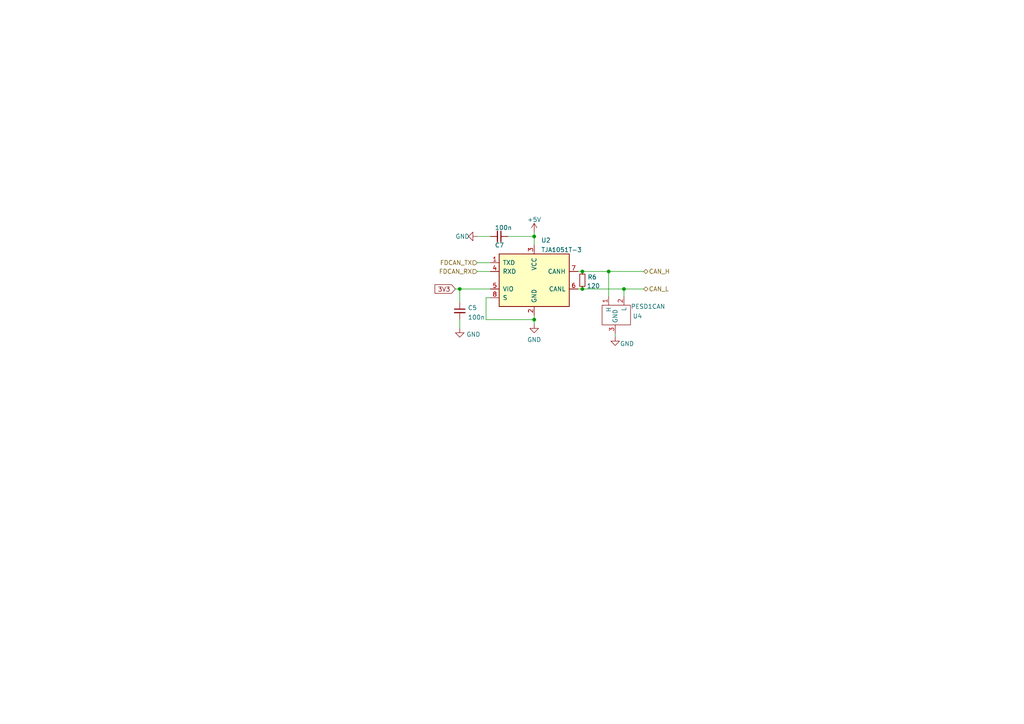
<source format=kicad_sch>
(kicad_sch (version 20230121) (generator eeschema)
  (paper "A4")
  (lib_symbols
    (symbol "Device:C_Small" (pin_numbers hide) (pin_names (offset 0.254) hide)
      (property "Reference" "C" (at 0.254 1.778 0))
      (property "Value" "C_Small" (at 0.254 -2.032 0))
      (symbol "C_Small_0_1"
        (polyline (pts (xy -1.524 -0.508) (xy 1.524 -0.508)) (stroke (width 0.3302)))
        (polyline (pts (xy -1.524 0.508) (xy 1.524 0.508)) (stroke (width 0.3048)))
      )
      (symbol "C_Small_1_1"
        (pin passive line (at 0 2.54 270) (length 2.032) (name "~") (number "1"))
        (pin passive line (at 0 -2.54 90) (length 2.032) (name "~") (number "2"))
      )
    )
    (symbol "Device:R_Small" (pin_numbers hide) (pin_names (offset 0.254) hide)
      (property "Reference" "R" (at 0.762 0.508 0))
      (property "Value" "R_Small" (at 0.762 -1.016 0))
      (symbol "R_Small_0_1"
        (rectangle (start -0.762 1.778) (end 0.762 -1.778) (stroke (width 0.2032)))
      )
      (symbol "R_Small_1_1"
        (pin passive line (at 0 2.54 270) (length 0.762) (name "~") (number "1"))
        (pin passive line (at 0 -2.54 90) (length 0.762) (name "~") (number "2"))
      )
    )
    (symbol "Extra IC:PESD1CAN"
      (property "Reference" "U" (at 3.81 -5.08 0))
      (symbol "PESD1CAN_0_1"
        (rectangle (start -4.445 3.81) (end 3.81 -1.905))
      )
      (symbol "PESD1CAN_1_1"
        (pin input line (at -2.54 6.35 270) (length 2.54) (name "H") (number "1"))
        (pin input line (at 1.905 6.35 270) (length 2.54) (name "L") (number "2"))
        (pin power_out line (at -0.635 -4.445 90) (length 2.54) (name "GND") (number "3"))
      )
    )
    (symbol "Interface_CAN_LIN:TJA1051T-3" (pin_names (offset 1.016))
      (property "Reference" "U" (at -10.16 8.89 0))
      (property "Value" "TJA1051T-3" (at 1.27 8.89 0))
      (symbol "TJA1051T-3_0_1"
        (rectangle (start -10.16 7.62) (end 10.16 -7.62) (stroke (width 0.254)) (fill (type background)))
      )
      (symbol "TJA1051T-3_1_1"
        (pin input line (at -12.7 5.08 0) (length 2.54) (name "TXD") (number "1"))
        (pin power_in line (at 0 -10.16 90) (length 2.54) (name "GND") (number "2"))
        (pin power_in line (at 0 10.16 270) (length 2.54) (name "VCC") (number "3"))
        (pin output line (at -12.7 2.54 0) (length 2.54) (name "RXD") (number "4"))
        (pin power_in line (at -12.7 -2.54 0) (length 2.54) (name "VIO") (number "5"))
        (pin bidirectional line (at 12.7 -2.54 180) (length 2.54) (name "CANL") (number "6"))
        (pin bidirectional line (at 12.7 2.54 180) (length 2.54) (name "CANH") (number "7"))
        (pin input line (at -12.7 -5.08 0) (length 2.54) (name "S") (number "8"))
      )
    )
    (symbol "power:+5V" (power) (pin_names (offset 0))
      (property "Value" "+5V" (at 0 3.556 0))
      (symbol "+5V_0_1"
        (polyline (pts (xy -0.762 1.27) (xy 0 2.54)))
        (polyline (pts (xy 0 0) (xy 0 2.54)))
        (polyline (pts (xy 0 2.54) (xy 0.762 1.27)))
      )
      (symbol "+5V_1_1"
        (pin power_in line (at 0 0 90) (length 0) hide (name "+5V") (number "1"))
      )
    )
    (symbol "power:GND" (power) (pin_names (offset 0))
      (property "Value" "GND" (at 0 -3.81 0))
      (symbol "GND_0_1"
        (polyline (pts (xy 0 0) (xy 0 -1.27) (xy 1.27 -1.27) (xy 0 -2.54) (xy -1.27 -1.27) (xy 0 -1.27)))
      )
      (symbol "GND_1_1"
        (pin power_in line (at 0 0 270) (length 0) hide (name "GND") (number "1"))
      )
    )
  )
  (junction (at 176.53 78.74))
  (junction (at 154.94 68.58))
  (junction (at 133.35 83.82))
  (junction (at 168.91 78.74))
  (junction (at 168.91 83.82))
  (junction (at 154.94 92.71))
  (junction (at 180.975 83.82))
  (wire (pts (xy 133.35 92.71) (xy 133.35 95.25)))
  (wire (pts (xy 133.35 83.82) (xy 142.24 83.82)))
  (wire (pts (xy 180.975 83.82) (xy 180.975 85.979)))
  (wire (pts (xy 167.64 78.74) (xy 168.91 78.74)))
  (wire (pts (xy 168.91 78.74) (xy 176.53 78.74)))
  (wire (pts (xy 180.975 83.82) (xy 186.69 83.82)))
  (wire (pts (xy 154.94 67.31) (xy 154.94 68.58)))
  (wire (pts (xy 133.35 83.82) (xy 133.35 87.63)))
  (wire (pts (xy 154.94 68.58) (xy 154.94 71.12)))
  (wire (pts (xy 176.53 78.74) (xy 176.53 85.979)))
  (wire (pts (xy 168.91 83.82) (xy 180.975 83.82)))
  (wire (pts (xy 132.08 83.82) (xy 133.35 83.82)))
  (wire (pts (xy 138.43 76.2) (xy 142.24 76.2)))
  (wire (pts (xy 167.64 83.82) (xy 168.91 83.82)))
  (wire (pts (xy 140.97 92.71) (xy 154.94 92.71)))
  (wire (pts (xy 154.94 91.44) (xy 154.94 92.71)))
  (wire (pts (xy 138.43 78.74) (xy 142.24 78.74)))
  (wire (pts (xy 154.94 92.71) (xy 154.94 93.98)))
  (wire (pts (xy 178.435 97.663) (xy 178.435 96.774)))
  (wire (pts (xy 142.24 68.58) (xy 138.43 68.58)))
  (wire (pts (xy 140.97 86.36) (xy 140.97 92.71)))
  (wire (pts (xy 176.53 78.74) (xy 186.69 78.74)))
  (wire (pts (xy 147.32 68.58) (xy 154.94 68.58)))
  (wire (pts (xy 140.97 86.36) (xy 142.24 86.36)))
  (global_label "3V3" (shape input) (at 132.08 83.82 180) (property "Intersheetrefs" "${INTERSHEET_REFS}" (effects hide)))
  (hierarchical_label "CAN_L" (shape bidirectional) (at 186.69 83.82 0))
  (hierarchical_label "FDCAN_TX" (shape input) (at 138.43 76.2 180))
  (hierarchical_label "CAN_H" (shape bidirectional) (at 186.69 78.74 0))
  (hierarchical_label "FDCAN_RX" (shape input) (at 138.43 78.74 180))
  (symbol (lib_id "Extra IC:PESD1CAN") (at 179.07 92.329 0) (unit 1)
    (property "Reference" "U4" (at 183.515 91.6933 0) (effects (justify left)))
    (property "Value" "PESD1CAN" (at 187.96 88.9 0))
    (property "Footprint" "Package_TO_SOT_SMD:SOT-23" (effects hide))
    (instances (project "ecat2can" (path "" (reference "U4") (unit 1)) (path "" (reference "U5") (unit 1))) (project "EtherCAT2XXX" (path "" (reference "U5") (unit 1))) (project "USB2XXX" (path "" (reference "U10") (unit 1))))
  )
  (symbol (lib_id "Device:C_Small") (at 133.35 90.17 0) (unit 1)
    (property "Reference" "C5" (at 135.6741 89.2678 0) (effects (justify left)))
    (property "Value" "100n" (at 135.6741 92.0429 0) (effects (justify left)))
    (property "Footprint" "Capacitor_SMD:C_0603_1608Metric" (effects hide))
    (instances (project "ecat2can" (path "" (reference "C5") (unit 1)) (path "" (reference "C6") (unit 1))) (project "EtherCAT2XXX" (path "" (reference "C29") (unit 1))))
  )
  (symbol (lib_id "power:GND") (at 154.94 93.98 0) (unit 1)
    (property "Reference" "#PWR028" (effects hide))
    (property "Value" "GND" (at 154.94 98.5425 0))
    (instances (project "ecat2can" (path "" (reference "#PWR028") (unit 1)) (path "" (reference "#PWR026") (unit 1))) (project "EtherCAT2XXX" (path "" (reference "#PWR0141") (unit 1))))
  )
  (symbol (lib_id "power:+5V") (at 154.94 67.31 0) (unit 1)
    (property "Reference" "#PWR027" (effects hide))
    (property "Value" "+5V" (at 154.94 63.7055 0))
    (instances (project "ecat2can" (path "" (reference "#PWR027") (unit 1)) (path "" (reference "#PWR019") (unit 1))) (project "EtherCAT2XXX" (path "" (reference "#PWR0159") (unit 1))))
  )
  (symbol (lib_id "power:GND") (at 178.435 97.663 0) (unit 1)
    (property "Reference" "#PWR031" (effects hide))
    (property "Value" "GND" (at 181.864 99.695 0))
    (instances (project "ecat2can" (path "" (reference "#PWR031") (unit 1)) (path "" (reference "#PWR029") (unit 1))) (project "EtherCAT2XXX" (path "" (reference "#PWR014") (unit 1))) (project "USB2XXX" (path "" (reference "#PWR085") (unit 1))))
  )
  (symbol (lib_id "Interface_CAN_LIN:TJA1051T-3") (at 154.94 81.28 0) (unit 1)
    (property "Reference" "U2" (at 156.9594 69.6935 0) (effects (justify left)))
    (property "Value" "TJA1051T-3" (at 156.9594 72.4686 0) (effects (justify left)))
    (property "Footprint" "Package_SO:SOIC-8_3.9x4.9mm_P1.27mm" (effects hide))
    (property "Datasheet" "http://www.nxp.com/documents/data_sheet/TJA1051.pdf" (effects hide))
    (instances (project "ecat2can" (path "" (reference "U2") (unit 1)) (path "" (reference "U3") (unit 1))) (project "EtherCAT2XXX" (path "" (reference "U6") (unit 1))))
  )
  (symbol (lib_id "Device:R_Small") (at 168.91 81.28 0) (unit 1)
    (property "Reference" "R6" (at 170.4086 80.3715 0) (effects (justify left)))
    (property "Value" "120" (at 170.18 82.931 0) (effects (justify left)))
    (property "Footprint" "Resistor_SMD:R_0603_1608Metric" (effects hide))
    (instances (project "ecat2can" (path "" (reference "R6") (unit 1)) (path "" (reference "R7") (unit 1))) (project "EtherCAT2XXX" (path "" (reference "R26") (unit 1))))
  )
  (symbol (lib_id "Device:C_Small") (at 144.78 68.58 270) (unit 1)
    (property "Reference" "C7" (at 143.51 71.12 90) (effects (justify left)))
    (property "Value" "100n" (at 143.51 66.04 90) (effects (justify left)))
    (property "Footprint" "Capacitor_SMD:C_0603_1608Metric" (effects hide))
    (instances (project "ecat2can" (path "" (reference "C7") (unit 1)) (path "" (reference "C8") (unit 1))) (project "EtherCAT2XXX" (path "" (reference "C30") (unit 1))))
  )
  (symbol (lib_id "power:GND") (at 138.43 68.58 270) (unit 1)
    (property "Reference" "#PWR018" (effects hide))
    (property "Value" "GND" (at 132.08 68.58 90) (effects (justify left)))
    (instances (project "ecat2can" (path "" (reference "#PWR018") (unit 1)) (path "" (reference "#PWR017") (unit 1))) (project "EtherCAT2XXX" (path "" (reference "#PWR0147") (unit 1))))
  )
  (symbol (lib_id "power:GND") (at 133.35 95.25 0) (unit 1)
    (property "Reference" "#PWR015" (effects hide))
    (property "Value" "GND" (at 135.255 96.999 0) (effects (justify left)))
    (instances (project "ecat2can" (path "" (reference "#PWR015") (unit 1)) (path "" (reference "#PWR016") (unit 1))) (project "EtherCAT2XXX" (path "" (reference "#PWR0149") (unit 1))))
  )
)
</source>
